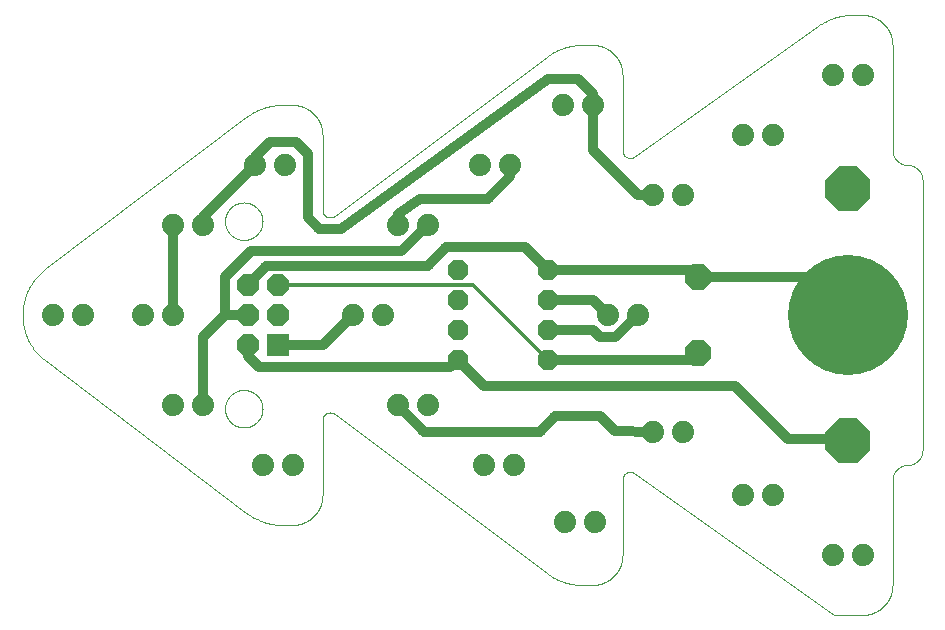
<source format=gbl>
G75*
%MOIN*%
%OFA0B0*%
%FSLAX25Y25*%
%IPPOS*%
%LPD*%
%AMOC8*
5,1,8,0,0,1.08239X$1,22.5*
%
%ADD10C,0.00000*%
%ADD11OC8,0.06800*%
%ADD12OC8,0.15000*%
%ADD13C,0.40000*%
%ADD14C,0.07400*%
%ADD15OC8,0.08600*%
%ADD16R,0.07400X0.07400*%
%ADD17OC8,0.07400*%
%ADD18C,0.03200*%
%ADD19C,0.01200*%
D10*
X0008432Y0085928D02*
X0075645Y0035053D01*
X0087716Y0031000D02*
X0091000Y0031000D01*
X0091242Y0031003D01*
X0091483Y0031012D01*
X0091724Y0031026D01*
X0091965Y0031047D01*
X0092205Y0031073D01*
X0092445Y0031105D01*
X0092684Y0031143D01*
X0092921Y0031186D01*
X0093158Y0031236D01*
X0093393Y0031291D01*
X0093627Y0031351D01*
X0093859Y0031418D01*
X0094090Y0031489D01*
X0094319Y0031567D01*
X0094546Y0031650D01*
X0094771Y0031738D01*
X0094994Y0031832D01*
X0095214Y0031931D01*
X0095432Y0032036D01*
X0095647Y0032145D01*
X0095860Y0032260D01*
X0096070Y0032380D01*
X0096276Y0032505D01*
X0096480Y0032635D01*
X0096681Y0032770D01*
X0096878Y0032910D01*
X0097072Y0033054D01*
X0097262Y0033203D01*
X0097448Y0033357D01*
X0097631Y0033515D01*
X0097810Y0033677D01*
X0097985Y0033844D01*
X0098156Y0034015D01*
X0098323Y0034190D01*
X0098485Y0034369D01*
X0098643Y0034552D01*
X0098797Y0034738D01*
X0098946Y0034928D01*
X0099090Y0035122D01*
X0099230Y0035319D01*
X0099365Y0035520D01*
X0099495Y0035724D01*
X0099620Y0035930D01*
X0099740Y0036140D01*
X0099855Y0036353D01*
X0099964Y0036568D01*
X0100069Y0036786D01*
X0100168Y0037006D01*
X0100262Y0037229D01*
X0100350Y0037454D01*
X0100433Y0037681D01*
X0100511Y0037910D01*
X0100582Y0038141D01*
X0100649Y0038373D01*
X0100709Y0038607D01*
X0100764Y0038842D01*
X0100814Y0039079D01*
X0100857Y0039316D01*
X0100895Y0039555D01*
X0100927Y0039795D01*
X0100953Y0040035D01*
X0100974Y0040276D01*
X0100988Y0040517D01*
X0100997Y0040758D01*
X0101000Y0041000D01*
X0101000Y0066000D01*
X0101002Y0066099D01*
X0101008Y0066197D01*
X0101018Y0066296D01*
X0101031Y0066394D01*
X0101049Y0066491D01*
X0101070Y0066588D01*
X0101095Y0066683D01*
X0101124Y0066778D01*
X0101157Y0066871D01*
X0101193Y0066963D01*
X0101233Y0067053D01*
X0101276Y0067142D01*
X0101323Y0067229D01*
X0101373Y0067314D01*
X0101427Y0067397D01*
X0101484Y0067478D01*
X0101544Y0067557D01*
X0101607Y0067633D01*
X0101673Y0067706D01*
X0101742Y0067777D01*
X0101813Y0067845D01*
X0101888Y0067911D01*
X0101965Y0067973D01*
X0102044Y0068032D01*
X0102125Y0068088D01*
X0102209Y0068141D01*
X0102294Y0068190D01*
X0102382Y0068236D01*
X0102471Y0068279D01*
X0102562Y0068317D01*
X0102654Y0068353D01*
X0102748Y0068384D01*
X0102843Y0068412D01*
X0102939Y0068436D01*
X0103036Y0068456D01*
X0103133Y0068473D01*
X0103231Y0068485D01*
X0103330Y0068494D01*
X0103428Y0068499D01*
X0103527Y0068500D01*
X0103626Y0068497D01*
X0103725Y0068490D01*
X0103823Y0068479D01*
X0103921Y0068464D01*
X0104018Y0068446D01*
X0104114Y0068423D01*
X0104209Y0068397D01*
X0104303Y0068367D01*
X0104396Y0068334D01*
X0104488Y0068297D01*
X0104578Y0068256D01*
X0104666Y0068211D01*
X0104753Y0068163D01*
X0104837Y0068112D01*
X0104920Y0068058D01*
X0105000Y0068000D01*
X0175667Y0015000D01*
X0187667Y0011000D02*
X0191000Y0011000D01*
X0191242Y0011003D01*
X0191483Y0011012D01*
X0191724Y0011026D01*
X0191965Y0011047D01*
X0192205Y0011073D01*
X0192445Y0011105D01*
X0192684Y0011143D01*
X0192921Y0011186D01*
X0193158Y0011236D01*
X0193393Y0011291D01*
X0193627Y0011351D01*
X0193859Y0011418D01*
X0194090Y0011489D01*
X0194319Y0011567D01*
X0194546Y0011650D01*
X0194771Y0011738D01*
X0194994Y0011832D01*
X0195214Y0011931D01*
X0195432Y0012036D01*
X0195647Y0012145D01*
X0195860Y0012260D01*
X0196070Y0012380D01*
X0196276Y0012505D01*
X0196480Y0012635D01*
X0196681Y0012770D01*
X0196878Y0012910D01*
X0197072Y0013054D01*
X0197262Y0013203D01*
X0197448Y0013357D01*
X0197631Y0013515D01*
X0197810Y0013677D01*
X0197985Y0013844D01*
X0198156Y0014015D01*
X0198323Y0014190D01*
X0198485Y0014369D01*
X0198643Y0014552D01*
X0198797Y0014738D01*
X0198946Y0014928D01*
X0199090Y0015122D01*
X0199230Y0015319D01*
X0199365Y0015520D01*
X0199495Y0015724D01*
X0199620Y0015930D01*
X0199740Y0016140D01*
X0199855Y0016353D01*
X0199964Y0016568D01*
X0200069Y0016786D01*
X0200168Y0017006D01*
X0200262Y0017229D01*
X0200350Y0017454D01*
X0200433Y0017681D01*
X0200511Y0017910D01*
X0200582Y0018141D01*
X0200649Y0018373D01*
X0200709Y0018607D01*
X0200764Y0018842D01*
X0200814Y0019079D01*
X0200857Y0019316D01*
X0200895Y0019555D01*
X0200927Y0019795D01*
X0200953Y0020035D01*
X0200974Y0020276D01*
X0200988Y0020517D01*
X0200997Y0020758D01*
X0201000Y0021000D01*
X0201000Y0046164D01*
X0201002Y0046262D01*
X0201008Y0046359D01*
X0201017Y0046456D01*
X0201030Y0046553D01*
X0201048Y0046649D01*
X0201068Y0046745D01*
X0201093Y0046839D01*
X0201121Y0046933D01*
X0201153Y0047025D01*
X0201188Y0047116D01*
X0201227Y0047205D01*
X0201270Y0047293D01*
X0201315Y0047380D01*
X0201365Y0047464D01*
X0201417Y0047546D01*
X0201473Y0047627D01*
X0201531Y0047705D01*
X0201593Y0047780D01*
X0201657Y0047854D01*
X0201725Y0047924D01*
X0201795Y0047992D01*
X0201868Y0048057D01*
X0201943Y0048120D01*
X0202020Y0048179D01*
X0202100Y0048235D01*
X0202182Y0048288D01*
X0202266Y0048338D01*
X0202352Y0048385D01*
X0202440Y0048428D01*
X0202529Y0048468D01*
X0202619Y0048504D01*
X0202711Y0048536D01*
X0202805Y0048565D01*
X0202899Y0048591D01*
X0202994Y0048612D01*
X0203090Y0048630D01*
X0203187Y0048644D01*
X0203284Y0048655D01*
X0203381Y0048661D01*
X0203479Y0048664D01*
X0203577Y0048663D01*
X0203674Y0048658D01*
X0203771Y0048649D01*
X0203868Y0048637D01*
X0203964Y0048620D01*
X0204060Y0048600D01*
X0204155Y0048577D01*
X0204248Y0048549D01*
X0204341Y0048518D01*
X0204432Y0048484D01*
X0204522Y0048445D01*
X0204611Y0048404D01*
X0204697Y0048359D01*
X0204782Y0048310D01*
X0204865Y0048259D01*
X0204946Y0048204D01*
X0271554Y0001000D01*
X0281000Y0001000D01*
X0281242Y0001003D01*
X0281483Y0001012D01*
X0281724Y0001026D01*
X0281965Y0001047D01*
X0282205Y0001073D01*
X0282445Y0001105D01*
X0282684Y0001143D01*
X0282921Y0001186D01*
X0283158Y0001236D01*
X0283393Y0001291D01*
X0283627Y0001351D01*
X0283859Y0001418D01*
X0284090Y0001489D01*
X0284319Y0001567D01*
X0284546Y0001650D01*
X0284771Y0001738D01*
X0284994Y0001832D01*
X0285214Y0001931D01*
X0285432Y0002036D01*
X0285647Y0002145D01*
X0285860Y0002260D01*
X0286070Y0002380D01*
X0286276Y0002505D01*
X0286480Y0002635D01*
X0286681Y0002770D01*
X0286878Y0002910D01*
X0287072Y0003054D01*
X0287262Y0003203D01*
X0287448Y0003357D01*
X0287631Y0003515D01*
X0287810Y0003677D01*
X0287985Y0003844D01*
X0288156Y0004015D01*
X0288323Y0004190D01*
X0288485Y0004369D01*
X0288643Y0004552D01*
X0288797Y0004738D01*
X0288946Y0004928D01*
X0289090Y0005122D01*
X0289230Y0005319D01*
X0289365Y0005520D01*
X0289495Y0005724D01*
X0289620Y0005930D01*
X0289740Y0006140D01*
X0289855Y0006353D01*
X0289964Y0006568D01*
X0290069Y0006786D01*
X0290168Y0007006D01*
X0290262Y0007229D01*
X0290350Y0007454D01*
X0290433Y0007681D01*
X0290511Y0007910D01*
X0290582Y0008141D01*
X0290649Y0008373D01*
X0290709Y0008607D01*
X0290764Y0008842D01*
X0290814Y0009079D01*
X0290857Y0009316D01*
X0290895Y0009555D01*
X0290927Y0009795D01*
X0290953Y0010035D01*
X0290974Y0010276D01*
X0290988Y0010517D01*
X0290997Y0010758D01*
X0291000Y0011000D01*
X0291000Y0046000D01*
X0291002Y0046140D01*
X0291008Y0046280D01*
X0291018Y0046420D01*
X0291031Y0046560D01*
X0291049Y0046699D01*
X0291071Y0046838D01*
X0291096Y0046975D01*
X0291125Y0047113D01*
X0291158Y0047249D01*
X0291195Y0047384D01*
X0291236Y0047518D01*
X0291281Y0047651D01*
X0291329Y0047783D01*
X0291381Y0047913D01*
X0291436Y0048042D01*
X0291495Y0048169D01*
X0291558Y0048295D01*
X0291624Y0048419D01*
X0291693Y0048540D01*
X0291766Y0048660D01*
X0291843Y0048778D01*
X0291922Y0048893D01*
X0292005Y0049007D01*
X0292091Y0049117D01*
X0292180Y0049226D01*
X0292272Y0049332D01*
X0292367Y0049435D01*
X0292464Y0049536D01*
X0292565Y0049633D01*
X0292668Y0049728D01*
X0292774Y0049820D01*
X0292883Y0049909D01*
X0292993Y0049995D01*
X0293107Y0050078D01*
X0293222Y0050157D01*
X0293340Y0050234D01*
X0293460Y0050307D01*
X0293581Y0050376D01*
X0293705Y0050442D01*
X0293831Y0050505D01*
X0293958Y0050564D01*
X0294087Y0050619D01*
X0294217Y0050671D01*
X0294349Y0050719D01*
X0294482Y0050764D01*
X0294616Y0050805D01*
X0294751Y0050842D01*
X0294887Y0050875D01*
X0295025Y0050904D01*
X0295162Y0050929D01*
X0295301Y0050951D01*
X0295440Y0050969D01*
X0295580Y0050982D01*
X0295720Y0050992D01*
X0295860Y0050998D01*
X0296000Y0051000D01*
X0296140Y0051002D01*
X0296280Y0051008D01*
X0296420Y0051018D01*
X0296560Y0051031D01*
X0296699Y0051049D01*
X0296838Y0051071D01*
X0296975Y0051096D01*
X0297113Y0051125D01*
X0297249Y0051158D01*
X0297384Y0051195D01*
X0297518Y0051236D01*
X0297651Y0051281D01*
X0297783Y0051329D01*
X0297913Y0051381D01*
X0298042Y0051436D01*
X0298169Y0051495D01*
X0298295Y0051558D01*
X0298419Y0051624D01*
X0298540Y0051693D01*
X0298660Y0051766D01*
X0298778Y0051843D01*
X0298893Y0051922D01*
X0299007Y0052005D01*
X0299117Y0052091D01*
X0299226Y0052180D01*
X0299332Y0052272D01*
X0299435Y0052367D01*
X0299536Y0052464D01*
X0299633Y0052565D01*
X0299728Y0052668D01*
X0299820Y0052774D01*
X0299909Y0052883D01*
X0299995Y0052993D01*
X0300078Y0053107D01*
X0300157Y0053222D01*
X0300234Y0053340D01*
X0300307Y0053460D01*
X0300376Y0053581D01*
X0300442Y0053705D01*
X0300505Y0053831D01*
X0300564Y0053958D01*
X0300619Y0054087D01*
X0300671Y0054217D01*
X0300719Y0054349D01*
X0300764Y0054482D01*
X0300805Y0054616D01*
X0300842Y0054751D01*
X0300875Y0054887D01*
X0300904Y0055025D01*
X0300929Y0055162D01*
X0300951Y0055301D01*
X0300969Y0055440D01*
X0300982Y0055580D01*
X0300992Y0055720D01*
X0300998Y0055860D01*
X0301000Y0056000D01*
X0301000Y0146000D01*
X0300998Y0146140D01*
X0300992Y0146280D01*
X0300982Y0146420D01*
X0300969Y0146560D01*
X0300951Y0146699D01*
X0300929Y0146838D01*
X0300904Y0146975D01*
X0300875Y0147113D01*
X0300842Y0147249D01*
X0300805Y0147384D01*
X0300764Y0147518D01*
X0300719Y0147651D01*
X0300671Y0147783D01*
X0300619Y0147913D01*
X0300564Y0148042D01*
X0300505Y0148169D01*
X0300442Y0148295D01*
X0300376Y0148419D01*
X0300307Y0148540D01*
X0300234Y0148660D01*
X0300157Y0148778D01*
X0300078Y0148893D01*
X0299995Y0149007D01*
X0299909Y0149117D01*
X0299820Y0149226D01*
X0299728Y0149332D01*
X0299633Y0149435D01*
X0299536Y0149536D01*
X0299435Y0149633D01*
X0299332Y0149728D01*
X0299226Y0149820D01*
X0299117Y0149909D01*
X0299007Y0149995D01*
X0298893Y0150078D01*
X0298778Y0150157D01*
X0298660Y0150234D01*
X0298540Y0150307D01*
X0298419Y0150376D01*
X0298295Y0150442D01*
X0298169Y0150505D01*
X0298042Y0150564D01*
X0297913Y0150619D01*
X0297783Y0150671D01*
X0297651Y0150719D01*
X0297518Y0150764D01*
X0297384Y0150805D01*
X0297249Y0150842D01*
X0297113Y0150875D01*
X0296975Y0150904D01*
X0296838Y0150929D01*
X0296699Y0150951D01*
X0296560Y0150969D01*
X0296420Y0150982D01*
X0296280Y0150992D01*
X0296140Y0150998D01*
X0296000Y0151000D01*
X0295860Y0151002D01*
X0295720Y0151008D01*
X0295580Y0151018D01*
X0295440Y0151031D01*
X0295301Y0151049D01*
X0295162Y0151071D01*
X0295025Y0151096D01*
X0294887Y0151125D01*
X0294751Y0151158D01*
X0294616Y0151195D01*
X0294482Y0151236D01*
X0294349Y0151281D01*
X0294217Y0151329D01*
X0294087Y0151381D01*
X0293958Y0151436D01*
X0293831Y0151495D01*
X0293705Y0151558D01*
X0293581Y0151624D01*
X0293460Y0151693D01*
X0293340Y0151766D01*
X0293222Y0151843D01*
X0293107Y0151922D01*
X0292993Y0152005D01*
X0292883Y0152091D01*
X0292774Y0152180D01*
X0292668Y0152272D01*
X0292565Y0152367D01*
X0292464Y0152464D01*
X0292367Y0152565D01*
X0292272Y0152668D01*
X0292180Y0152774D01*
X0292091Y0152883D01*
X0292005Y0152993D01*
X0291922Y0153107D01*
X0291843Y0153222D01*
X0291766Y0153340D01*
X0291693Y0153460D01*
X0291624Y0153581D01*
X0291558Y0153705D01*
X0291495Y0153831D01*
X0291436Y0153958D01*
X0291381Y0154087D01*
X0291329Y0154217D01*
X0291281Y0154349D01*
X0291236Y0154482D01*
X0291195Y0154616D01*
X0291158Y0154751D01*
X0291125Y0154887D01*
X0291096Y0155025D01*
X0291071Y0155162D01*
X0291049Y0155301D01*
X0291031Y0155440D01*
X0291018Y0155580D01*
X0291008Y0155720D01*
X0291002Y0155860D01*
X0291000Y0156000D01*
X0291000Y0191000D01*
X0290997Y0191242D01*
X0290988Y0191483D01*
X0290974Y0191724D01*
X0290953Y0191965D01*
X0290927Y0192205D01*
X0290895Y0192445D01*
X0290857Y0192684D01*
X0290814Y0192921D01*
X0290764Y0193158D01*
X0290709Y0193393D01*
X0290649Y0193627D01*
X0290582Y0193859D01*
X0290511Y0194090D01*
X0290433Y0194319D01*
X0290350Y0194546D01*
X0290262Y0194771D01*
X0290168Y0194994D01*
X0290069Y0195214D01*
X0289964Y0195432D01*
X0289855Y0195647D01*
X0289740Y0195860D01*
X0289620Y0196070D01*
X0289495Y0196276D01*
X0289365Y0196480D01*
X0289230Y0196681D01*
X0289090Y0196878D01*
X0288946Y0197072D01*
X0288797Y0197262D01*
X0288643Y0197448D01*
X0288485Y0197631D01*
X0288323Y0197810D01*
X0288156Y0197985D01*
X0287985Y0198156D01*
X0287810Y0198323D01*
X0287631Y0198485D01*
X0287448Y0198643D01*
X0287262Y0198797D01*
X0287072Y0198946D01*
X0286878Y0199090D01*
X0286681Y0199230D01*
X0286480Y0199365D01*
X0286276Y0199495D01*
X0286070Y0199620D01*
X0285860Y0199740D01*
X0285647Y0199855D01*
X0285432Y0199964D01*
X0285214Y0200069D01*
X0284994Y0200168D01*
X0284771Y0200262D01*
X0284546Y0200350D01*
X0284319Y0200433D01*
X0284090Y0200511D01*
X0283859Y0200582D01*
X0283627Y0200649D01*
X0283393Y0200709D01*
X0283158Y0200764D01*
X0282921Y0200814D01*
X0282684Y0200857D01*
X0282445Y0200895D01*
X0282205Y0200927D01*
X0281965Y0200953D01*
X0281724Y0200974D01*
X0281483Y0200988D01*
X0281242Y0200997D01*
X0281000Y0201000D01*
X0277598Y0201000D01*
X0266189Y0197357D02*
X0204949Y0153808D01*
X0204868Y0153753D01*
X0204785Y0153701D01*
X0204700Y0153652D01*
X0204614Y0153607D01*
X0204526Y0153565D01*
X0204436Y0153527D01*
X0204344Y0153492D01*
X0204252Y0153461D01*
X0204158Y0153433D01*
X0204063Y0153409D01*
X0203968Y0153389D01*
X0203871Y0153373D01*
X0203774Y0153360D01*
X0203677Y0153351D01*
X0203580Y0153346D01*
X0203482Y0153345D01*
X0203384Y0153348D01*
X0203287Y0153354D01*
X0203189Y0153364D01*
X0203093Y0153378D01*
X0202997Y0153396D01*
X0202901Y0153418D01*
X0202807Y0153443D01*
X0202714Y0153472D01*
X0202622Y0153504D01*
X0202531Y0153541D01*
X0202441Y0153580D01*
X0202354Y0153623D01*
X0202268Y0153670D01*
X0202184Y0153720D01*
X0202102Y0153773D01*
X0202022Y0153829D01*
X0201944Y0153888D01*
X0201869Y0153950D01*
X0201796Y0154016D01*
X0201726Y0154084D01*
X0201658Y0154154D01*
X0201594Y0154228D01*
X0201532Y0154303D01*
X0201473Y0154381D01*
X0201418Y0154462D01*
X0201365Y0154544D01*
X0201316Y0154629D01*
X0201270Y0154715D01*
X0201228Y0154803D01*
X0201189Y0154892D01*
X0201153Y0154984D01*
X0201121Y0155076D01*
X0201093Y0155169D01*
X0201068Y0155264D01*
X0201048Y0155359D01*
X0201030Y0155456D01*
X0201017Y0155552D01*
X0201008Y0155650D01*
X0201002Y0155747D01*
X0201000Y0155845D01*
X0201000Y0181000D01*
X0200997Y0181242D01*
X0200988Y0181483D01*
X0200974Y0181724D01*
X0200953Y0181965D01*
X0200927Y0182205D01*
X0200895Y0182445D01*
X0200857Y0182684D01*
X0200814Y0182921D01*
X0200764Y0183158D01*
X0200709Y0183393D01*
X0200649Y0183627D01*
X0200582Y0183859D01*
X0200511Y0184090D01*
X0200433Y0184319D01*
X0200350Y0184546D01*
X0200262Y0184771D01*
X0200168Y0184994D01*
X0200069Y0185214D01*
X0199964Y0185432D01*
X0199855Y0185647D01*
X0199740Y0185860D01*
X0199620Y0186070D01*
X0199495Y0186276D01*
X0199365Y0186480D01*
X0199230Y0186681D01*
X0199090Y0186878D01*
X0198946Y0187072D01*
X0198797Y0187262D01*
X0198643Y0187448D01*
X0198485Y0187631D01*
X0198323Y0187810D01*
X0198156Y0187985D01*
X0197985Y0188156D01*
X0197810Y0188323D01*
X0197631Y0188485D01*
X0197448Y0188643D01*
X0197262Y0188797D01*
X0197072Y0188946D01*
X0196878Y0189090D01*
X0196681Y0189230D01*
X0196480Y0189365D01*
X0196276Y0189495D01*
X0196070Y0189620D01*
X0195860Y0189740D01*
X0195647Y0189855D01*
X0195432Y0189964D01*
X0195214Y0190069D01*
X0194994Y0190168D01*
X0194771Y0190262D01*
X0194546Y0190350D01*
X0194319Y0190433D01*
X0194090Y0190511D01*
X0193859Y0190582D01*
X0193627Y0190649D01*
X0193393Y0190709D01*
X0193158Y0190764D01*
X0192921Y0190814D01*
X0192684Y0190857D01*
X0192445Y0190895D01*
X0192205Y0190927D01*
X0191965Y0190953D01*
X0191724Y0190974D01*
X0191483Y0190988D01*
X0191242Y0190997D01*
X0191000Y0191000D01*
X0187667Y0191000D01*
X0175667Y0187000D02*
X0105000Y0134000D01*
X0104920Y0133942D01*
X0104837Y0133888D01*
X0104753Y0133837D01*
X0104666Y0133789D01*
X0104578Y0133744D01*
X0104488Y0133703D01*
X0104396Y0133666D01*
X0104303Y0133633D01*
X0104209Y0133603D01*
X0104114Y0133577D01*
X0104018Y0133554D01*
X0103921Y0133536D01*
X0103823Y0133521D01*
X0103725Y0133510D01*
X0103626Y0133503D01*
X0103527Y0133500D01*
X0103428Y0133501D01*
X0103330Y0133506D01*
X0103231Y0133515D01*
X0103133Y0133527D01*
X0103036Y0133544D01*
X0102939Y0133564D01*
X0102843Y0133588D01*
X0102748Y0133616D01*
X0102654Y0133647D01*
X0102562Y0133683D01*
X0102471Y0133721D01*
X0102382Y0133764D01*
X0102294Y0133810D01*
X0102209Y0133859D01*
X0102125Y0133912D01*
X0102044Y0133968D01*
X0101965Y0134027D01*
X0101888Y0134089D01*
X0101813Y0134155D01*
X0101742Y0134223D01*
X0101673Y0134294D01*
X0101607Y0134367D01*
X0101544Y0134443D01*
X0101484Y0134522D01*
X0101427Y0134603D01*
X0101373Y0134686D01*
X0101323Y0134771D01*
X0101276Y0134858D01*
X0101233Y0134947D01*
X0101193Y0135037D01*
X0101157Y0135129D01*
X0101124Y0135222D01*
X0101095Y0135317D01*
X0101070Y0135412D01*
X0101049Y0135509D01*
X0101031Y0135606D01*
X0101018Y0135704D01*
X0101008Y0135803D01*
X0101002Y0135901D01*
X0101000Y0136000D01*
X0101000Y0161000D01*
X0100997Y0161242D01*
X0100988Y0161483D01*
X0100974Y0161724D01*
X0100953Y0161965D01*
X0100927Y0162205D01*
X0100895Y0162445D01*
X0100857Y0162684D01*
X0100814Y0162921D01*
X0100764Y0163158D01*
X0100709Y0163393D01*
X0100649Y0163627D01*
X0100582Y0163859D01*
X0100511Y0164090D01*
X0100433Y0164319D01*
X0100350Y0164546D01*
X0100262Y0164771D01*
X0100168Y0164994D01*
X0100069Y0165214D01*
X0099964Y0165432D01*
X0099855Y0165647D01*
X0099740Y0165860D01*
X0099620Y0166070D01*
X0099495Y0166276D01*
X0099365Y0166480D01*
X0099230Y0166681D01*
X0099090Y0166878D01*
X0098946Y0167072D01*
X0098797Y0167262D01*
X0098643Y0167448D01*
X0098485Y0167631D01*
X0098323Y0167810D01*
X0098156Y0167985D01*
X0097985Y0168156D01*
X0097810Y0168323D01*
X0097631Y0168485D01*
X0097448Y0168643D01*
X0097262Y0168797D01*
X0097072Y0168946D01*
X0096878Y0169090D01*
X0096681Y0169230D01*
X0096480Y0169365D01*
X0096276Y0169495D01*
X0096070Y0169620D01*
X0095860Y0169740D01*
X0095647Y0169855D01*
X0095432Y0169964D01*
X0095214Y0170069D01*
X0094994Y0170168D01*
X0094771Y0170262D01*
X0094546Y0170350D01*
X0094319Y0170433D01*
X0094090Y0170511D01*
X0093859Y0170582D01*
X0093627Y0170649D01*
X0093393Y0170709D01*
X0093158Y0170764D01*
X0092921Y0170814D01*
X0092684Y0170857D01*
X0092445Y0170895D01*
X0092205Y0170927D01*
X0091965Y0170953D01*
X0091724Y0170974D01*
X0091483Y0170988D01*
X0091242Y0170997D01*
X0091000Y0171000D01*
X0087694Y0171000D01*
X0075655Y0166970D02*
X0008836Y0116596D01*
X0001000Y0100875D02*
X0001006Y0100420D01*
X0001022Y0099965D01*
X0001050Y0099510D01*
X0001088Y0099057D01*
X0001138Y0098604D01*
X0001199Y0098153D01*
X0001270Y0097704D01*
X0001353Y0097256D01*
X0001446Y0096810D01*
X0001550Y0096367D01*
X0001665Y0095927D01*
X0001790Y0095489D01*
X0001927Y0095055D01*
X0002073Y0094624D01*
X0002230Y0094196D01*
X0002397Y0093773D01*
X0002575Y0093354D01*
X0002763Y0092939D01*
X0002960Y0092529D01*
X0003168Y0092124D01*
X0003386Y0091724D01*
X0003613Y0091329D01*
X0003849Y0090940D01*
X0004095Y0090557D01*
X0004350Y0090180D01*
X0004614Y0089810D01*
X0004888Y0089445D01*
X0005170Y0089088D01*
X0005460Y0088738D01*
X0005759Y0088394D01*
X0006066Y0088058D01*
X0006382Y0087730D01*
X0006705Y0087409D01*
X0007036Y0087097D01*
X0007374Y0086792D01*
X0007720Y0086496D01*
X0008072Y0086208D01*
X0008432Y0085929D01*
X0001000Y0100875D02*
X0001006Y0101354D01*
X0001023Y0101833D01*
X0001052Y0102311D01*
X0001093Y0102789D01*
X0001146Y0103265D01*
X0001210Y0103740D01*
X0001285Y0104213D01*
X0001372Y0104684D01*
X0001470Y0105153D01*
X0001580Y0105619D01*
X0001701Y0106083D01*
X0001834Y0106543D01*
X0001977Y0107001D01*
X0002132Y0107454D01*
X0002297Y0107904D01*
X0002474Y0108349D01*
X0002661Y0108790D01*
X0002859Y0109226D01*
X0003068Y0109658D01*
X0003287Y0110084D01*
X0003516Y0110505D01*
X0003755Y0110920D01*
X0004005Y0111329D01*
X0004264Y0111732D01*
X0004533Y0112128D01*
X0004812Y0112518D01*
X0005100Y0112901D01*
X0005397Y0113277D01*
X0005703Y0113645D01*
X0006018Y0114006D01*
X0006342Y0114359D01*
X0006675Y0114704D01*
X0007015Y0115041D01*
X0007364Y0115370D01*
X0007721Y0115689D01*
X0008085Y0116001D01*
X0008457Y0116303D01*
X0008836Y0116596D01*
X0068500Y0132250D02*
X0068502Y0132408D01*
X0068508Y0132565D01*
X0068518Y0132723D01*
X0068532Y0132880D01*
X0068550Y0133036D01*
X0068571Y0133193D01*
X0068597Y0133348D01*
X0068627Y0133503D01*
X0068660Y0133657D01*
X0068698Y0133810D01*
X0068739Y0133963D01*
X0068784Y0134114D01*
X0068833Y0134264D01*
X0068886Y0134412D01*
X0068942Y0134560D01*
X0069003Y0134705D01*
X0069066Y0134850D01*
X0069134Y0134992D01*
X0069205Y0135133D01*
X0069279Y0135272D01*
X0069357Y0135409D01*
X0069439Y0135544D01*
X0069523Y0135677D01*
X0069612Y0135808D01*
X0069703Y0135936D01*
X0069798Y0136063D01*
X0069895Y0136186D01*
X0069996Y0136308D01*
X0070100Y0136426D01*
X0070207Y0136542D01*
X0070317Y0136655D01*
X0070429Y0136766D01*
X0070545Y0136873D01*
X0070663Y0136978D01*
X0070783Y0137080D01*
X0070906Y0137178D01*
X0071032Y0137274D01*
X0071160Y0137366D01*
X0071290Y0137455D01*
X0071422Y0137541D01*
X0071557Y0137623D01*
X0071694Y0137702D01*
X0071832Y0137777D01*
X0071972Y0137849D01*
X0072115Y0137917D01*
X0072258Y0137982D01*
X0072404Y0138043D01*
X0072551Y0138100D01*
X0072699Y0138154D01*
X0072849Y0138204D01*
X0072999Y0138250D01*
X0073151Y0138292D01*
X0073304Y0138331D01*
X0073458Y0138365D01*
X0073613Y0138396D01*
X0073768Y0138422D01*
X0073924Y0138445D01*
X0074081Y0138464D01*
X0074238Y0138479D01*
X0074395Y0138490D01*
X0074553Y0138497D01*
X0074711Y0138500D01*
X0074868Y0138499D01*
X0075026Y0138494D01*
X0075183Y0138485D01*
X0075341Y0138472D01*
X0075497Y0138455D01*
X0075654Y0138434D01*
X0075809Y0138410D01*
X0075964Y0138381D01*
X0076119Y0138348D01*
X0076272Y0138312D01*
X0076425Y0138271D01*
X0076576Y0138227D01*
X0076726Y0138179D01*
X0076875Y0138128D01*
X0077023Y0138072D01*
X0077169Y0138013D01*
X0077314Y0137950D01*
X0077457Y0137883D01*
X0077598Y0137813D01*
X0077737Y0137740D01*
X0077875Y0137663D01*
X0078011Y0137582D01*
X0078144Y0137498D01*
X0078275Y0137411D01*
X0078404Y0137320D01*
X0078531Y0137226D01*
X0078656Y0137129D01*
X0078777Y0137029D01*
X0078897Y0136926D01*
X0079013Y0136820D01*
X0079127Y0136711D01*
X0079239Y0136599D01*
X0079347Y0136485D01*
X0079452Y0136367D01*
X0079555Y0136247D01*
X0079654Y0136125D01*
X0079750Y0136000D01*
X0079843Y0135872D01*
X0079933Y0135743D01*
X0080019Y0135611D01*
X0080103Y0135477D01*
X0080182Y0135341D01*
X0080259Y0135203D01*
X0080331Y0135063D01*
X0080400Y0134921D01*
X0080466Y0134778D01*
X0080528Y0134633D01*
X0080586Y0134486D01*
X0080641Y0134338D01*
X0080692Y0134189D01*
X0080739Y0134038D01*
X0080782Y0133887D01*
X0080821Y0133734D01*
X0080857Y0133580D01*
X0080888Y0133426D01*
X0080916Y0133271D01*
X0080940Y0133115D01*
X0080960Y0132958D01*
X0080976Y0132801D01*
X0080988Y0132644D01*
X0080996Y0132487D01*
X0081000Y0132329D01*
X0081000Y0132171D01*
X0080996Y0132013D01*
X0080988Y0131856D01*
X0080976Y0131699D01*
X0080960Y0131542D01*
X0080940Y0131385D01*
X0080916Y0131229D01*
X0080888Y0131074D01*
X0080857Y0130920D01*
X0080821Y0130766D01*
X0080782Y0130613D01*
X0080739Y0130462D01*
X0080692Y0130311D01*
X0080641Y0130162D01*
X0080586Y0130014D01*
X0080528Y0129867D01*
X0080466Y0129722D01*
X0080400Y0129579D01*
X0080331Y0129437D01*
X0080259Y0129297D01*
X0080182Y0129159D01*
X0080103Y0129023D01*
X0080019Y0128889D01*
X0079933Y0128757D01*
X0079843Y0128628D01*
X0079750Y0128500D01*
X0079654Y0128375D01*
X0079555Y0128253D01*
X0079452Y0128133D01*
X0079347Y0128015D01*
X0079239Y0127901D01*
X0079127Y0127789D01*
X0079013Y0127680D01*
X0078897Y0127574D01*
X0078777Y0127471D01*
X0078656Y0127371D01*
X0078531Y0127274D01*
X0078404Y0127180D01*
X0078275Y0127089D01*
X0078144Y0127002D01*
X0078011Y0126918D01*
X0077875Y0126837D01*
X0077737Y0126760D01*
X0077598Y0126687D01*
X0077457Y0126617D01*
X0077314Y0126550D01*
X0077169Y0126487D01*
X0077023Y0126428D01*
X0076875Y0126372D01*
X0076726Y0126321D01*
X0076576Y0126273D01*
X0076425Y0126229D01*
X0076272Y0126188D01*
X0076119Y0126152D01*
X0075964Y0126119D01*
X0075809Y0126090D01*
X0075654Y0126066D01*
X0075497Y0126045D01*
X0075341Y0126028D01*
X0075183Y0126015D01*
X0075026Y0126006D01*
X0074868Y0126001D01*
X0074711Y0126000D01*
X0074553Y0126003D01*
X0074395Y0126010D01*
X0074238Y0126021D01*
X0074081Y0126036D01*
X0073924Y0126055D01*
X0073768Y0126078D01*
X0073613Y0126104D01*
X0073458Y0126135D01*
X0073304Y0126169D01*
X0073151Y0126208D01*
X0072999Y0126250D01*
X0072849Y0126296D01*
X0072699Y0126346D01*
X0072551Y0126400D01*
X0072404Y0126457D01*
X0072258Y0126518D01*
X0072115Y0126583D01*
X0071972Y0126651D01*
X0071832Y0126723D01*
X0071694Y0126798D01*
X0071557Y0126877D01*
X0071422Y0126959D01*
X0071290Y0127045D01*
X0071160Y0127134D01*
X0071032Y0127226D01*
X0070906Y0127322D01*
X0070783Y0127420D01*
X0070663Y0127522D01*
X0070545Y0127627D01*
X0070429Y0127734D01*
X0070317Y0127845D01*
X0070207Y0127958D01*
X0070100Y0128074D01*
X0069996Y0128192D01*
X0069895Y0128314D01*
X0069798Y0128437D01*
X0069703Y0128564D01*
X0069612Y0128692D01*
X0069523Y0128823D01*
X0069439Y0128956D01*
X0069357Y0129091D01*
X0069279Y0129228D01*
X0069205Y0129367D01*
X0069134Y0129508D01*
X0069066Y0129650D01*
X0069003Y0129795D01*
X0068942Y0129940D01*
X0068886Y0130088D01*
X0068833Y0130236D01*
X0068784Y0130386D01*
X0068739Y0130537D01*
X0068698Y0130690D01*
X0068660Y0130843D01*
X0068627Y0130997D01*
X0068597Y0131152D01*
X0068571Y0131307D01*
X0068550Y0131464D01*
X0068532Y0131620D01*
X0068518Y0131777D01*
X0068508Y0131935D01*
X0068502Y0132092D01*
X0068500Y0132250D01*
X0075654Y0166970D02*
X0076040Y0167254D01*
X0076432Y0167528D01*
X0076830Y0167792D01*
X0077235Y0168047D01*
X0077646Y0168293D01*
X0078063Y0168528D01*
X0078485Y0168754D01*
X0078912Y0168969D01*
X0079345Y0169174D01*
X0079782Y0169368D01*
X0080223Y0169552D01*
X0080669Y0169726D01*
X0081119Y0169888D01*
X0081573Y0170040D01*
X0082030Y0170181D01*
X0082491Y0170311D01*
X0082954Y0170430D01*
X0083421Y0170538D01*
X0083889Y0170635D01*
X0084360Y0170720D01*
X0084833Y0170794D01*
X0085307Y0170857D01*
X0085783Y0170908D01*
X0086260Y0170949D01*
X0086737Y0170977D01*
X0087216Y0170994D01*
X0087694Y0171000D01*
X0175667Y0187000D02*
X0176052Y0187281D01*
X0176443Y0187554D01*
X0176841Y0187816D01*
X0177245Y0188070D01*
X0177654Y0188313D01*
X0178070Y0188547D01*
X0178491Y0188771D01*
X0178917Y0188984D01*
X0179348Y0189188D01*
X0179784Y0189381D01*
X0180224Y0189563D01*
X0180668Y0189735D01*
X0181117Y0189897D01*
X0181569Y0190048D01*
X0182025Y0190188D01*
X0182484Y0190317D01*
X0182945Y0190435D01*
X0183410Y0190542D01*
X0183877Y0190638D01*
X0184346Y0190722D01*
X0184817Y0190796D01*
X0185289Y0190858D01*
X0185763Y0190909D01*
X0186238Y0190949D01*
X0186714Y0190977D01*
X0187190Y0190994D01*
X0187667Y0191000D01*
X0266188Y0197357D02*
X0266573Y0197624D01*
X0266964Y0197881D01*
X0267361Y0198129D01*
X0267763Y0198368D01*
X0268172Y0198597D01*
X0268585Y0198816D01*
X0269004Y0199025D01*
X0269427Y0199225D01*
X0269856Y0199414D01*
X0270288Y0199593D01*
X0270725Y0199761D01*
X0271165Y0199919D01*
X0271609Y0200067D01*
X0272057Y0200204D01*
X0272508Y0200331D01*
X0272961Y0200446D01*
X0273417Y0200551D01*
X0273876Y0200645D01*
X0274337Y0200728D01*
X0274799Y0200800D01*
X0275263Y0200861D01*
X0275729Y0200911D01*
X0276195Y0200950D01*
X0276662Y0200978D01*
X0277130Y0200994D01*
X0277598Y0201000D01*
X0068500Y0069750D02*
X0068502Y0069908D01*
X0068508Y0070065D01*
X0068518Y0070223D01*
X0068532Y0070380D01*
X0068550Y0070536D01*
X0068571Y0070693D01*
X0068597Y0070848D01*
X0068627Y0071003D01*
X0068660Y0071157D01*
X0068698Y0071310D01*
X0068739Y0071463D01*
X0068784Y0071614D01*
X0068833Y0071764D01*
X0068886Y0071912D01*
X0068942Y0072060D01*
X0069003Y0072205D01*
X0069066Y0072350D01*
X0069134Y0072492D01*
X0069205Y0072633D01*
X0069279Y0072772D01*
X0069357Y0072909D01*
X0069439Y0073044D01*
X0069523Y0073177D01*
X0069612Y0073308D01*
X0069703Y0073436D01*
X0069798Y0073563D01*
X0069895Y0073686D01*
X0069996Y0073808D01*
X0070100Y0073926D01*
X0070207Y0074042D01*
X0070317Y0074155D01*
X0070429Y0074266D01*
X0070545Y0074373D01*
X0070663Y0074478D01*
X0070783Y0074580D01*
X0070906Y0074678D01*
X0071032Y0074774D01*
X0071160Y0074866D01*
X0071290Y0074955D01*
X0071422Y0075041D01*
X0071557Y0075123D01*
X0071694Y0075202D01*
X0071832Y0075277D01*
X0071972Y0075349D01*
X0072115Y0075417D01*
X0072258Y0075482D01*
X0072404Y0075543D01*
X0072551Y0075600D01*
X0072699Y0075654D01*
X0072849Y0075704D01*
X0072999Y0075750D01*
X0073151Y0075792D01*
X0073304Y0075831D01*
X0073458Y0075865D01*
X0073613Y0075896D01*
X0073768Y0075922D01*
X0073924Y0075945D01*
X0074081Y0075964D01*
X0074238Y0075979D01*
X0074395Y0075990D01*
X0074553Y0075997D01*
X0074711Y0076000D01*
X0074868Y0075999D01*
X0075026Y0075994D01*
X0075183Y0075985D01*
X0075341Y0075972D01*
X0075497Y0075955D01*
X0075654Y0075934D01*
X0075809Y0075910D01*
X0075964Y0075881D01*
X0076119Y0075848D01*
X0076272Y0075812D01*
X0076425Y0075771D01*
X0076576Y0075727D01*
X0076726Y0075679D01*
X0076875Y0075628D01*
X0077023Y0075572D01*
X0077169Y0075513D01*
X0077314Y0075450D01*
X0077457Y0075383D01*
X0077598Y0075313D01*
X0077737Y0075240D01*
X0077875Y0075163D01*
X0078011Y0075082D01*
X0078144Y0074998D01*
X0078275Y0074911D01*
X0078404Y0074820D01*
X0078531Y0074726D01*
X0078656Y0074629D01*
X0078777Y0074529D01*
X0078897Y0074426D01*
X0079013Y0074320D01*
X0079127Y0074211D01*
X0079239Y0074099D01*
X0079347Y0073985D01*
X0079452Y0073867D01*
X0079555Y0073747D01*
X0079654Y0073625D01*
X0079750Y0073500D01*
X0079843Y0073372D01*
X0079933Y0073243D01*
X0080019Y0073111D01*
X0080103Y0072977D01*
X0080182Y0072841D01*
X0080259Y0072703D01*
X0080331Y0072563D01*
X0080400Y0072421D01*
X0080466Y0072278D01*
X0080528Y0072133D01*
X0080586Y0071986D01*
X0080641Y0071838D01*
X0080692Y0071689D01*
X0080739Y0071538D01*
X0080782Y0071387D01*
X0080821Y0071234D01*
X0080857Y0071080D01*
X0080888Y0070926D01*
X0080916Y0070771D01*
X0080940Y0070615D01*
X0080960Y0070458D01*
X0080976Y0070301D01*
X0080988Y0070144D01*
X0080996Y0069987D01*
X0081000Y0069829D01*
X0081000Y0069671D01*
X0080996Y0069513D01*
X0080988Y0069356D01*
X0080976Y0069199D01*
X0080960Y0069042D01*
X0080940Y0068885D01*
X0080916Y0068729D01*
X0080888Y0068574D01*
X0080857Y0068420D01*
X0080821Y0068266D01*
X0080782Y0068113D01*
X0080739Y0067962D01*
X0080692Y0067811D01*
X0080641Y0067662D01*
X0080586Y0067514D01*
X0080528Y0067367D01*
X0080466Y0067222D01*
X0080400Y0067079D01*
X0080331Y0066937D01*
X0080259Y0066797D01*
X0080182Y0066659D01*
X0080103Y0066523D01*
X0080019Y0066389D01*
X0079933Y0066257D01*
X0079843Y0066128D01*
X0079750Y0066000D01*
X0079654Y0065875D01*
X0079555Y0065753D01*
X0079452Y0065633D01*
X0079347Y0065515D01*
X0079239Y0065401D01*
X0079127Y0065289D01*
X0079013Y0065180D01*
X0078897Y0065074D01*
X0078777Y0064971D01*
X0078656Y0064871D01*
X0078531Y0064774D01*
X0078404Y0064680D01*
X0078275Y0064589D01*
X0078144Y0064502D01*
X0078011Y0064418D01*
X0077875Y0064337D01*
X0077737Y0064260D01*
X0077598Y0064187D01*
X0077457Y0064117D01*
X0077314Y0064050D01*
X0077169Y0063987D01*
X0077023Y0063928D01*
X0076875Y0063872D01*
X0076726Y0063821D01*
X0076576Y0063773D01*
X0076425Y0063729D01*
X0076272Y0063688D01*
X0076119Y0063652D01*
X0075964Y0063619D01*
X0075809Y0063590D01*
X0075654Y0063566D01*
X0075497Y0063545D01*
X0075341Y0063528D01*
X0075183Y0063515D01*
X0075026Y0063506D01*
X0074868Y0063501D01*
X0074711Y0063500D01*
X0074553Y0063503D01*
X0074395Y0063510D01*
X0074238Y0063521D01*
X0074081Y0063536D01*
X0073924Y0063555D01*
X0073768Y0063578D01*
X0073613Y0063604D01*
X0073458Y0063635D01*
X0073304Y0063669D01*
X0073151Y0063708D01*
X0072999Y0063750D01*
X0072849Y0063796D01*
X0072699Y0063846D01*
X0072551Y0063900D01*
X0072404Y0063957D01*
X0072258Y0064018D01*
X0072115Y0064083D01*
X0071972Y0064151D01*
X0071832Y0064223D01*
X0071694Y0064298D01*
X0071557Y0064377D01*
X0071422Y0064459D01*
X0071290Y0064545D01*
X0071160Y0064634D01*
X0071032Y0064726D01*
X0070906Y0064822D01*
X0070783Y0064920D01*
X0070663Y0065022D01*
X0070545Y0065127D01*
X0070429Y0065234D01*
X0070317Y0065345D01*
X0070207Y0065458D01*
X0070100Y0065574D01*
X0069996Y0065692D01*
X0069895Y0065814D01*
X0069798Y0065937D01*
X0069703Y0066064D01*
X0069612Y0066192D01*
X0069523Y0066323D01*
X0069439Y0066456D01*
X0069357Y0066591D01*
X0069279Y0066728D01*
X0069205Y0066867D01*
X0069134Y0067008D01*
X0069066Y0067150D01*
X0069003Y0067295D01*
X0068942Y0067440D01*
X0068886Y0067588D01*
X0068833Y0067736D01*
X0068784Y0067886D01*
X0068739Y0068037D01*
X0068698Y0068190D01*
X0068660Y0068343D01*
X0068627Y0068497D01*
X0068597Y0068652D01*
X0068571Y0068807D01*
X0068550Y0068964D01*
X0068532Y0069120D01*
X0068518Y0069277D01*
X0068508Y0069435D01*
X0068502Y0069592D01*
X0068500Y0069750D01*
X0075645Y0035053D02*
X0076032Y0034768D01*
X0076424Y0034492D01*
X0076824Y0034226D01*
X0077229Y0033970D01*
X0077641Y0033723D01*
X0078058Y0033486D01*
X0078482Y0033260D01*
X0078910Y0033043D01*
X0079343Y0032837D01*
X0079781Y0032641D01*
X0080224Y0032456D01*
X0080671Y0032282D01*
X0081123Y0032118D01*
X0081578Y0031965D01*
X0082036Y0031824D01*
X0082498Y0031693D01*
X0082963Y0031573D01*
X0083430Y0031465D01*
X0083900Y0031367D01*
X0084372Y0031282D01*
X0084846Y0031207D01*
X0085322Y0031144D01*
X0085799Y0031092D01*
X0086277Y0031052D01*
X0086756Y0031023D01*
X0087236Y0031006D01*
X0087716Y0031000D01*
X0175667Y0015000D02*
X0176052Y0014719D01*
X0176443Y0014446D01*
X0176841Y0014184D01*
X0177245Y0013930D01*
X0177654Y0013687D01*
X0178070Y0013453D01*
X0178491Y0013229D01*
X0178917Y0013016D01*
X0179348Y0012812D01*
X0179784Y0012619D01*
X0180224Y0012437D01*
X0180668Y0012265D01*
X0181117Y0012103D01*
X0181569Y0011952D01*
X0182025Y0011812D01*
X0182484Y0011683D01*
X0182945Y0011565D01*
X0183410Y0011458D01*
X0183877Y0011362D01*
X0184346Y0011278D01*
X0184817Y0011204D01*
X0185289Y0011142D01*
X0185763Y0011091D01*
X0186238Y0011051D01*
X0186714Y0011023D01*
X0187190Y0011006D01*
X0187667Y0011000D01*
D11*
X0176000Y0086000D03*
X0176000Y0096000D03*
X0176000Y0106000D03*
X0176000Y0116000D03*
X0146000Y0116000D03*
X0146000Y0106000D03*
X0146000Y0096000D03*
X0146000Y0086000D03*
D12*
X0276000Y0059000D03*
X0276000Y0143000D03*
D13*
X0276000Y0101000D03*
D14*
X0221000Y0141000D03*
X0211000Y0141000D03*
X0241000Y0161000D03*
X0251000Y0161000D03*
X0271000Y0181000D03*
X0281000Y0181000D03*
X0191000Y0171000D03*
X0181000Y0171000D03*
X0163500Y0151000D03*
X0153500Y0151000D03*
X0136000Y0131000D03*
X0126000Y0131000D03*
X0088500Y0151000D03*
X0078500Y0151000D03*
X0061000Y0131000D03*
X0051000Y0131000D03*
X0051000Y0101000D03*
X0041000Y0101000D03*
X0021000Y0101000D03*
X0011000Y0101000D03*
X0051000Y0071000D03*
X0061000Y0071000D03*
X0081000Y0051000D03*
X0091000Y0051000D03*
X0126000Y0071000D03*
X0136000Y0071000D03*
X0154750Y0051000D03*
X0164750Y0051000D03*
X0181915Y0032102D03*
X0191915Y0032102D03*
X0211315Y0062152D03*
X0221315Y0062152D03*
X0241000Y0041000D03*
X0251000Y0041000D03*
X0271000Y0021000D03*
X0281000Y0021000D03*
X0206000Y0101000D03*
X0196000Y0101000D03*
X0121000Y0101000D03*
X0111000Y0101000D03*
D15*
X0226000Y0088200D03*
X0226000Y0113800D03*
D16*
X0086000Y0091000D03*
D17*
X0076000Y0091000D03*
X0076000Y0101000D03*
X0086000Y0101000D03*
X0086000Y0111000D03*
X0076000Y0111000D03*
D18*
X0082250Y0117250D01*
X0136000Y0117250D01*
X0142250Y0123500D01*
X0168500Y0123500D01*
X0176000Y0116000D01*
X0223800Y0116000D01*
X0226000Y0113800D01*
X0263200Y0113800D01*
X0276000Y0101000D01*
X0238500Y0077250D02*
X0256000Y0059750D01*
X0275250Y0059750D01*
X0276000Y0059000D01*
X0238500Y0077250D02*
X0154750Y0077250D01*
X0146000Y0086000D01*
X0143500Y0083500D01*
X0079750Y0083500D01*
X0076000Y0087250D01*
X0076000Y0091000D01*
X0086000Y0091000D02*
X0101000Y0091000D01*
X0111000Y0101000D01*
X0127250Y0122250D02*
X0136000Y0131000D01*
X0133500Y0139750D02*
X0126000Y0134750D01*
X0126000Y0131000D01*
X0127250Y0122250D02*
X0077250Y0122250D01*
X0068500Y0113500D01*
X0068500Y0101000D01*
X0076000Y0101000D01*
X0068500Y0101000D02*
X0061000Y0093500D01*
X0061000Y0071000D01*
X0051000Y0101000D02*
X0051000Y0131000D01*
X0061000Y0131000D02*
X0061000Y0133500D01*
X0078500Y0151000D01*
X0078500Y0153500D01*
X0083500Y0158500D01*
X0092250Y0158500D01*
X0096000Y0154750D01*
X0096000Y0133500D01*
X0099750Y0129750D01*
X0107250Y0129750D01*
X0176000Y0179750D01*
X0186000Y0179750D01*
X0191000Y0174750D01*
X0191000Y0171000D01*
X0191000Y0156000D01*
X0206000Y0141000D01*
X0211000Y0141000D01*
X0163500Y0147250D02*
X0163500Y0151000D01*
X0163500Y0147250D02*
X0156000Y0139750D01*
X0133500Y0139750D01*
X0176000Y0106000D02*
X0191000Y0106000D01*
X0196000Y0101000D01*
X0191000Y0096000D02*
X0193500Y0093500D01*
X0198500Y0093500D01*
X0206000Y0101000D01*
X0191000Y0096000D02*
X0176000Y0096000D01*
X0176000Y0086000D02*
X0223800Y0086000D01*
X0226000Y0088200D01*
X0198500Y0062250D02*
X0193500Y0067250D01*
X0178500Y0067250D01*
X0173402Y0062152D01*
X0134848Y0062152D01*
X0126000Y0071000D01*
X0198500Y0062250D02*
X0211315Y0062152D01*
D19*
X0176000Y0086000D02*
X0151000Y0111000D01*
X0086000Y0111000D01*
M02*

</source>
